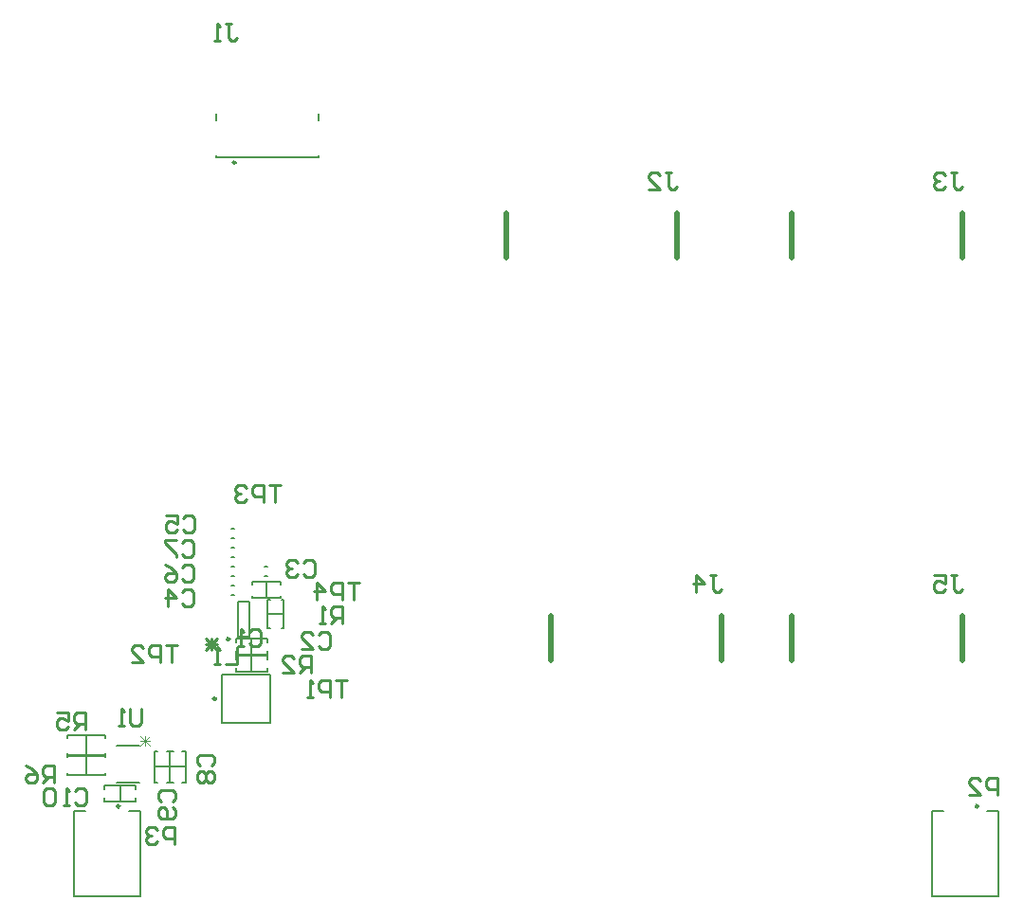
<source format=gbr>
%TF.GenerationSoftware,Altium Limited,Altium Designer,22.7.1 (60)*%
G04 Layer_Color=32896*
%FSLAX45Y45*%
%MOMM*%
%TF.SameCoordinates,3BEA7849-7BF4-4C83-8F54-36563B6BDC8B*%
%TF.FilePolarity,Positive*%
%TF.FileFunction,Legend,Bot*%
%TF.Part,Single*%
G01*
G75*
%TA.AperFunction,NonConductor*%
%ADD40C,0.25000*%
%ADD41C,0.15000*%
%ADD42C,0.20000*%
%ADD43C,0.15240*%
%ADD44C,0.50000*%
%ADD45C,0.25400*%
%ADD46C,0.07620*%
D40*
X1079609Y1001890D02*
G03*
X1079609Y1001890I-12500J0D01*
G01*
X1938947Y1961286D02*
G03*
X1938947Y1961286I-12500J0D01*
G01*
X2060074Y2495640D02*
G03*
X2060074Y2495640I-12500J0D01*
G01*
X2114601Y6752600D02*
G03*
X2114601Y6752600I-12500J0D01*
G01*
X8745329Y1001890D02*
G03*
X8745329Y1001890I-12500J0D01*
G01*
D41*
X2398060Y2355801D02*
Y2385802D01*
X2118060Y2355801D02*
X2398060D01*
X2118060D02*
Y2385802D01*
Y2465802D02*
Y2495802D01*
X2398060D01*
Y2465802D02*
Y2495802D01*
X2258060Y2355801D02*
Y2495802D01*
X1223869Y1046127D02*
Y1076127D01*
X943869Y1046127D02*
X1223869D01*
X943869D02*
Y1076127D01*
Y1156127D02*
Y1186127D01*
X1223869D01*
Y1156127D02*
Y1186127D01*
X1083869Y1046127D02*
Y1186127D01*
X2387092Y2865478D02*
Y3005478D01*
X2514092Y2986278D02*
Y3005478D01*
X2260092D02*
X2514092D01*
X2260092Y2986278D02*
Y3005478D01*
Y2865478D02*
Y2884678D01*
Y2865478D02*
X2514092D01*
Y2884678D01*
X2400963Y2716124D02*
X2540963D01*
X2521763Y2589124D02*
X2540963D01*
Y2843124D01*
X2521763D02*
X2540963D01*
X2400963D02*
X2420163D01*
X2400963Y2589124D02*
Y2843124D01*
Y2589124D02*
X2420163D01*
X950644Y1437739D02*
Y1457739D01*
X610644D02*
X950644D01*
X610644Y1437739D02*
Y1457739D01*
X950644Y1277739D02*
Y1297739D01*
X610644Y1277739D02*
X950644D01*
X610644D02*
Y1297739D01*
X780644Y1277739D02*
Y1457739D01*
X950643Y1611933D02*
Y1631932D01*
X610643D02*
X950643D01*
X610643Y1611933D02*
Y1631932D01*
X950643Y1451932D02*
Y1471932D01*
X610643Y1451932D02*
X950643D01*
X610643D02*
Y1471932D01*
X780643Y1451932D02*
Y1631932D01*
X1529997Y1354836D02*
X1669997D01*
X1529997Y1494836D02*
X1559997D01*
X1529997Y1214836D02*
Y1494836D01*
Y1214836D02*
X1559997D01*
X1639997D02*
X1669997D01*
Y1494836D01*
X1639997D02*
X1669997D01*
X1388061Y1354836D02*
X1528062D01*
X1388061Y1494836D02*
X1418062D01*
X1388061Y1214836D02*
Y1494836D01*
Y1214836D02*
X1418062D01*
X1498062D02*
X1528062D01*
Y1494836D01*
X1498062D02*
X1528062D01*
X2258060Y2207415D02*
Y2347415D01*
X2398060Y2317415D02*
Y2347415D01*
X2118060D02*
X2398060D01*
X2118060Y2317415D02*
Y2347415D01*
Y2207415D02*
Y2237415D01*
Y2207415D02*
X2398060D01*
Y2237415D01*
D42*
X2372092Y3060720D02*
X2402092D01*
X2372092Y3145720D02*
X2402092D01*
X2075318Y2977978D02*
X2105318D01*
X2075318Y2892978D02*
X2105318D01*
X2075318Y3145720D02*
X2105318D01*
X2075318Y3060720D02*
X2105318D01*
X2075318Y3313461D02*
X2105318D01*
X2075318Y3228461D02*
X2105318D01*
X2075318Y3481203D02*
X2105318D01*
X2075318Y3396203D02*
X2105318D01*
X1260514Y199094D02*
Y959095D01*
X1160509D02*
X1260514D01*
X670510Y199094D02*
X1260514D01*
X670486Y199119D02*
Y959119D01*
X670510Y959095D02*
X770509D01*
X1991447Y1746286D02*
X2421447D01*
Y2176286D01*
X1991447D02*
X2421447D01*
X1991447Y1746286D02*
Y2176286D01*
X2235074Y2520640D02*
Y2830640D01*
X2135074Y2520640D02*
Y2830640D01*
X2235074D01*
X2135074Y2520640D02*
X2235074D01*
X1942101Y6803600D02*
Y6815100D01*
Y7130100D02*
Y7188100D01*
X2857100Y6803600D02*
Y6815100D01*
Y7130100D02*
Y7188100D01*
X1942101Y6803600D02*
X2857100D01*
X8336230Y959095D02*
X8436229D01*
X8336206Y199119D02*
Y959119D01*
X8336230Y199094D02*
X8926234D01*
X8826229Y959095D02*
X8926234D01*
Y199094D02*
Y959095D01*
D43*
X1051916Y1211732D02*
X1257656D01*
X1051916Y1547012D02*
X1257656D01*
D44*
X4932406Y2303489D02*
Y2703489D01*
X6452406Y2303489D02*
Y2703489D01*
X7082406Y2303489D02*
Y2703489D01*
X8602406Y2303489D02*
Y2703489D01*
X7082406Y5903489D02*
Y6303489D01*
X8602406Y5903489D02*
Y6303489D01*
X4532406Y5903489D02*
Y6303489D01*
X6052406Y5903489D02*
Y6303489D01*
D45*
X1596680Y2443913D02*
X1495113D01*
X1545896D01*
Y2291562D01*
X1444329D02*
Y2443913D01*
X1368154D01*
X1342762Y2418521D01*
Y2367737D01*
X1368154Y2342345D01*
X1444329D01*
X1190411Y2291562D02*
X1291978D01*
X1190411Y2393129D01*
Y2418521D01*
X1215803Y2443913D01*
X1266586D01*
X1291978Y2418521D01*
X2857644Y2534649D02*
X2883036Y2560041D01*
X2933819D01*
X2959211Y2534649D01*
Y2433083D01*
X2933819Y2407691D01*
X2883036D01*
X2857644Y2433083D01*
X2705293Y2407691D02*
X2806861D01*
X2705293Y2509258D01*
Y2534649D01*
X2730685Y2560041D01*
X2781469D01*
X2806861Y2534649D01*
X675967Y1134652D02*
X701359Y1160044D01*
X752142D01*
X777534Y1134652D01*
Y1033085D01*
X752142Y1007693D01*
X701359D01*
X675967Y1033085D01*
X625183Y1007693D02*
X574400D01*
X599791D01*
Y1160044D01*
X625183Y1134652D01*
X498224D02*
X472832Y1160044D01*
X422049D01*
X396657Y1134652D01*
Y1033085D01*
X422049Y1007693D01*
X472832D01*
X498224Y1033085D01*
Y1134652D01*
X3062851Y2633497D02*
Y2785847D01*
X2986676D01*
X2961284Y2760455D01*
Y2709672D01*
X2986676Y2684280D01*
X3062851D01*
X3012068D02*
X2961284Y2633497D01*
X2910501D02*
X2859717D01*
X2885109D01*
Y2785847D01*
X2910501Y2760455D01*
X2715709Y3173358D02*
X2741101Y3198750D01*
X2791884D01*
X2817276Y3173358D01*
Y3071791D01*
X2791884Y3046399D01*
X2741101D01*
X2715709Y3071791D01*
X2664925Y3173358D02*
X2639533Y3198750D01*
X2588750D01*
X2563358Y3173358D01*
Y3147966D01*
X2588750Y3122574D01*
X2614142D01*
X2588750D01*
X2563358Y3097183D01*
Y3071791D01*
X2588750Y3046399D01*
X2639533D01*
X2664925Y3071791D01*
X1631840Y2915294D02*
X1657232Y2940686D01*
X1708015D01*
X1733407Y2915294D01*
Y2813727D01*
X1708015Y2788335D01*
X1657232D01*
X1631840Y2813727D01*
X1504881Y2788335D02*
Y2940686D01*
X1581057Y2864510D01*
X1479489D01*
X1638292Y3134648D02*
X1663683Y3160040D01*
X1714467D01*
X1739859Y3134648D01*
Y3033081D01*
X1714467Y3007689D01*
X1663683D01*
X1638292Y3033081D01*
X1485941Y3160040D02*
X1536725Y3134648D01*
X1587508Y3083865D01*
Y3033081D01*
X1562116Y3007689D01*
X1511333D01*
X1485941Y3033081D01*
Y3058473D01*
X1511333Y3083865D01*
X1587508D01*
X1638292Y3354003D02*
X1663683Y3379395D01*
X1714467D01*
X1739859Y3354003D01*
Y3252436D01*
X1714467Y3227044D01*
X1663683D01*
X1638292Y3252436D01*
X1587508Y3379395D02*
X1485941D01*
Y3354003D01*
X1587508Y3252436D01*
Y3227044D01*
X2519259Y3869716D02*
X2417691D01*
X2468475D01*
Y3717365D01*
X2366908D02*
Y3869716D01*
X2290733D01*
X2265341Y3844324D01*
Y3793541D01*
X2290733Y3768149D01*
X2366908D01*
X2214557Y3844324D02*
X2189165Y3869716D01*
X2138382D01*
X2112990Y3844324D01*
Y3818933D01*
X2138382Y3793541D01*
X2163774D01*
X2138382D01*
X2112990Y3768149D01*
Y3742757D01*
X2138382Y3717365D01*
X2189165D01*
X2214557Y3742757D01*
X1644743Y3573357D02*
X1670135Y3598749D01*
X1720919D01*
X1746310Y3573357D01*
Y3471790D01*
X1720919Y3446398D01*
X1670135D01*
X1644743Y3471790D01*
X1492392Y3598749D02*
X1593960D01*
Y3522574D01*
X1543176Y3547965D01*
X1517784D01*
X1492392Y3522574D01*
Y3471790D01*
X1517784Y3446398D01*
X1568568D01*
X1593960Y3471790D01*
X3216031Y2998750D02*
X3114464D01*
X3165248D01*
Y2846399D01*
X3063681D02*
Y2998750D01*
X2987505D01*
X2962113Y2973358D01*
Y2922575D01*
X2987505Y2897183D01*
X3063681D01*
X2835155Y2846399D02*
Y2998750D01*
X2911330Y2922575D01*
X2809763D01*
X2791470Y2194788D02*
Y2347139D01*
X2715294D01*
X2689902Y2321747D01*
Y2270963D01*
X2715294Y2245571D01*
X2791470D01*
X2740686D02*
X2689902Y2194788D01*
X2537552D02*
X2639119D01*
X2537552Y2296355D01*
Y2321747D01*
X2562944Y2347139D01*
X2613727D01*
X2639119Y2321747D01*
X3113220Y2127784D02*
X3011653D01*
X3062437D01*
Y1975433D01*
X2960870D02*
Y2127784D01*
X2884694D01*
X2859302Y2102392D01*
Y2051609D01*
X2884694Y2026217D01*
X2960870D01*
X2808519Y1975433D02*
X2757735D01*
X2783127D01*
Y2127784D01*
X2808519Y2102392D01*
X1572117Y665759D02*
Y818109D01*
X1495942D01*
X1470550Y792717D01*
Y741934D01*
X1495942Y716542D01*
X1572117D01*
X1419767Y792717D02*
X1394375Y818109D01*
X1343591D01*
X1318199Y792717D01*
Y767326D01*
X1343591Y741934D01*
X1368983D01*
X1343591D01*
X1318199Y716542D01*
Y691151D01*
X1343591Y665759D01*
X1394375D01*
X1419767Y691151D01*
X494700Y1214145D02*
Y1366495D01*
X418525D01*
X393133Y1341103D01*
Y1290320D01*
X418525Y1264928D01*
X494700D01*
X443917D02*
X393133Y1214145D01*
X240782Y1366495D02*
X291566Y1341103D01*
X342349Y1290320D01*
Y1239537D01*
X316957Y1214145D01*
X266174D01*
X240782Y1239537D01*
Y1264928D01*
X266174Y1290320D01*
X342349D01*
X772119Y1685111D02*
Y1837462D01*
X695943D01*
X670552Y1812070D01*
Y1761287D01*
X695943Y1735895D01*
X772119D01*
X721335D02*
X670552Y1685111D01*
X518201Y1837462D02*
X619768D01*
Y1761287D01*
X568985Y1786679D01*
X543593D01*
X518201Y1761287D01*
Y1710503D01*
X543593Y1685111D01*
X594376D01*
X619768Y1710503D01*
X1275758Y1876172D02*
Y1749213D01*
X1250366Y1723821D01*
X1199583D01*
X1174191Y1749213D01*
Y1876172D01*
X1123407Y1723821D02*
X1072624D01*
X1098016D01*
Y1876172D01*
X1123407Y1850780D01*
X2029493Y7998411D02*
X2080277D01*
X2054885D01*
Y7871452D01*
X2080277Y7846060D01*
X2105668D01*
X2131060Y7871452D01*
X1978709Y7846060D02*
X1927926D01*
X1953317D01*
Y7998411D01*
X1978709Y7973019D01*
X8913677Y1103092D02*
Y1255443D01*
X8837501D01*
X8812109Y1230051D01*
Y1179268D01*
X8837501Y1153876D01*
X8913677D01*
X8659759Y1103092D02*
X8761326D01*
X8659759Y1204660D01*
Y1230051D01*
X8685151Y1255443D01*
X8735934D01*
X8761326Y1230051D01*
X2131060Y2425651D02*
Y2273300D01*
X2029493D01*
X1978709D02*
X1927926D01*
X1953317D01*
Y2425651D01*
X1978709Y2400259D01*
X8501413Y3063191D02*
X8552197D01*
X8526805D01*
Y2936232D01*
X8552197Y2910840D01*
X8577588D01*
X8602980Y2936232D01*
X8349062Y3063191D02*
X8450629D01*
Y2987015D01*
X8399846Y3012407D01*
X8374454D01*
X8349062Y2987015D01*
Y2936232D01*
X8374454Y2910840D01*
X8425237D01*
X8450629Y2936232D01*
X6350033Y3063191D02*
X6400817D01*
X6375425D01*
Y2936232D01*
X6400817Y2910840D01*
X6426208D01*
X6451600Y2936232D01*
X6223074Y2910840D02*
Y3063191D01*
X6299249Y2987015D01*
X6197682D01*
X8501413Y6662371D02*
X8552197D01*
X8526805D01*
Y6535412D01*
X8552197Y6510020D01*
X8577588D01*
X8602980Y6535412D01*
X8450629Y6636979D02*
X8425237Y6662371D01*
X8374454D01*
X8349062Y6636979D01*
Y6611587D01*
X8374454Y6586195D01*
X8399846D01*
X8374454D01*
X8349062Y6560803D01*
Y6535412D01*
X8374454Y6510020D01*
X8425237D01*
X8450629Y6535412D01*
X5951253Y6662371D02*
X6002037D01*
X5976645D01*
Y6535412D01*
X6002037Y6510020D01*
X6027428D01*
X6052820Y6535412D01*
X5798902Y6510020D02*
X5900469D01*
X5798902Y6611587D01*
Y6636979D01*
X5824294Y6662371D01*
X5875077D01*
X5900469Y6636979D01*
X1452439Y1044744D02*
X1427047Y1070136D01*
Y1120920D01*
X1452439Y1146312D01*
X1554006D01*
X1579398Y1120920D01*
Y1070136D01*
X1554006Y1044744D01*
Y993961D02*
X1579398Y968569D01*
Y917786D01*
X1554006Y892394D01*
X1452439D01*
X1427047Y917786D01*
Y968569D01*
X1452439Y993961D01*
X1477831D01*
X1503223Y968569D01*
Y892394D01*
X1794374Y1360873D02*
X1768982Y1386265D01*
Y1437048D01*
X1794374Y1462440D01*
X1895941D01*
X1921333Y1437048D01*
Y1386265D01*
X1895941Y1360873D01*
X1794374Y1310089D02*
X1768982Y1284697D01*
Y1233914D01*
X1794374Y1208522D01*
X1819766D01*
X1845158Y1233914D01*
X1870549Y1208522D01*
X1895941D01*
X1921333Y1233914D01*
Y1284697D01*
X1895941Y1310089D01*
X1870549D01*
X1845158Y1284697D01*
X1819766Y1310089D01*
X1794374D01*
X1845158Y1284697D02*
Y1233914D01*
X2237773Y2557739D02*
X2263165Y2583131D01*
X2313948D01*
X2339340Y2557739D01*
Y2456172D01*
X2313948Y2430780D01*
X2263165D01*
X2237773Y2456172D01*
X2186989Y2430780D02*
X2136206D01*
X2161597D01*
Y2583131D01*
X2186989Y2557739D01*
X1949971Y2394373D02*
X1848404Y2495940D01*
Y2394373D02*
X1949971Y2495940D01*
X1899187Y2394373D02*
Y2495940D01*
X1848404Y2445156D02*
X1949971D01*
D46*
X1349731Y1627412D02*
X1265091Y1542772D01*
X1349731D02*
X1265091Y1627412D01*
X1349731Y1585092D02*
X1265091D01*
X1307411Y1542772D02*
Y1627412D01*
%TF.MD5,9e6b99f182770ee107a2180352e67404*%
M02*

</source>
